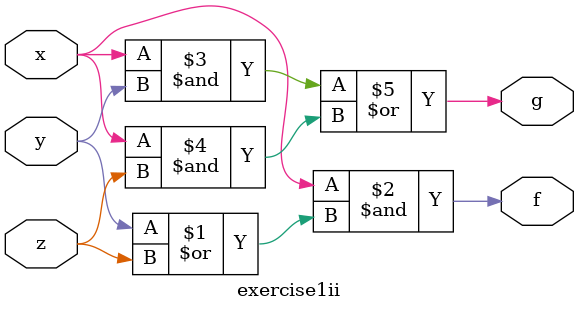
<source format=v>
module exercise1ii(f, g, x, y, z);
input x, y, z;
output f, g;
assign f = x & (y | z);
assign g = (x & y) | (x & z);
endmodule
</source>
